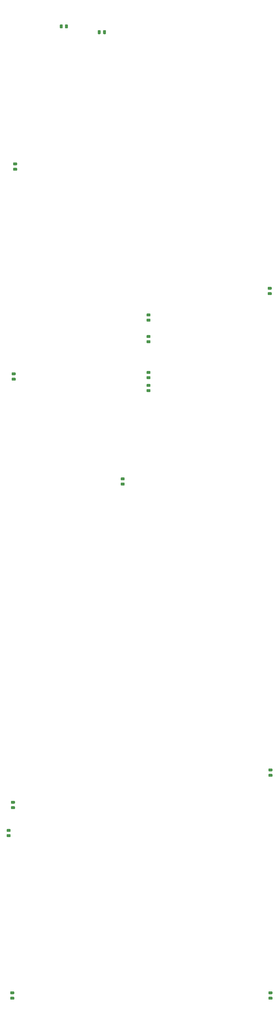
<source format=gbr>
%TF.GenerationSoftware,KiCad,Pcbnew,(5.1.10-1-10_14)*%
%TF.CreationDate,2021-07-31T10:33:50-04:00*%
%TF.ProjectId,bus,6275732e-6b69-4636-9164-5f7063625858,rev?*%
%TF.SameCoordinates,Original*%
%TF.FileFunction,Paste,Top*%
%TF.FilePolarity,Positive*%
%FSLAX46Y46*%
G04 Gerber Fmt 4.6, Leading zero omitted, Abs format (unit mm)*
G04 Created by KiCad (PCBNEW (5.1.10-1-10_14)) date 2021-07-31 10:33:50*
%MOMM*%
%LPD*%
G01*
G04 APERTURE LIST*
G04 APERTURE END LIST*
%TO.C,R6*%
G36*
G01*
X146246001Y-17126000D02*
X145345999Y-17126000D01*
G75*
G02*
X145096000Y-16876001I0J249999D01*
G01*
X145096000Y-16350999D01*
G75*
G02*
X145345999Y-16101000I249999J0D01*
G01*
X146246001Y-16101000D01*
G75*
G02*
X146496000Y-16350999I0J-249999D01*
G01*
X146496000Y-16876001D01*
G75*
G02*
X146246001Y-17126000I-249999J0D01*
G01*
G37*
G36*
G01*
X146246001Y-18951000D02*
X145345999Y-18951000D01*
G75*
G02*
X145096000Y-18701001I0J249999D01*
G01*
X145096000Y-18175999D01*
G75*
G02*
X145345999Y-17926000I249999J0D01*
G01*
X146246001Y-17926000D01*
G75*
G02*
X146496000Y-18175999I0J-249999D01*
G01*
X146496000Y-18701001D01*
G75*
G02*
X146246001Y-18951000I-249999J0D01*
G01*
G37*
%TD*%
%TO.C,R7*%
G36*
G01*
X146246001Y-9506000D02*
X145345999Y-9506000D01*
G75*
G02*
X145096000Y-9256001I0J249999D01*
G01*
X145096000Y-8730999D01*
G75*
G02*
X145345999Y-8481000I249999J0D01*
G01*
X146246001Y-8481000D01*
G75*
G02*
X146496000Y-8730999I0J-249999D01*
G01*
X146496000Y-9256001D01*
G75*
G02*
X146246001Y-9506000I-249999J0D01*
G01*
G37*
G36*
G01*
X146246001Y-11331000D02*
X145345999Y-11331000D01*
G75*
G02*
X145096000Y-11081001I0J249999D01*
G01*
X145096000Y-10555999D01*
G75*
G02*
X145345999Y-10306000I249999J0D01*
G01*
X146246001Y-10306000D01*
G75*
G02*
X146496000Y-10555999I0J-249999D01*
G01*
X146496000Y-11081001D01*
G75*
G02*
X146246001Y-11331000I-249999J0D01*
G01*
G37*
%TD*%
%TO.C,R5*%
G36*
G01*
X95815999Y-192424000D02*
X96716001Y-192424000D01*
G75*
G02*
X96966000Y-192673999I0J-249999D01*
G01*
X96966000Y-193199001D01*
G75*
G02*
X96716001Y-193449000I-249999J0D01*
G01*
X95815999Y-193449000D01*
G75*
G02*
X95566000Y-193199001I0J249999D01*
G01*
X95566000Y-192673999D01*
G75*
G02*
X95815999Y-192424000I249999J0D01*
G01*
G37*
G36*
G01*
X95815999Y-190599000D02*
X96716001Y-190599000D01*
G75*
G02*
X96966000Y-190848999I0J-249999D01*
G01*
X96966000Y-191374001D01*
G75*
G02*
X96716001Y-191624000I-249999J0D01*
G01*
X95815999Y-191624000D01*
G75*
G02*
X95566000Y-191374001I0J249999D01*
G01*
X95566000Y-190848999D01*
G75*
G02*
X95815999Y-190599000I249999J0D01*
G01*
G37*
%TD*%
%TO.C,R4*%
G36*
G01*
X146246001Y-29826000D02*
X145345999Y-29826000D01*
G75*
G02*
X145096000Y-29576001I0J249999D01*
G01*
X145096000Y-29050999D01*
G75*
G02*
X145345999Y-28801000I249999J0D01*
G01*
X146246001Y-28801000D01*
G75*
G02*
X146496000Y-29050999I0J-249999D01*
G01*
X146496000Y-29576001D01*
G75*
G02*
X146246001Y-29826000I-249999J0D01*
G01*
G37*
G36*
G01*
X146246001Y-31651000D02*
X145345999Y-31651000D01*
G75*
G02*
X145096000Y-31401001I0J249999D01*
G01*
X145096000Y-30875999D01*
G75*
G02*
X145345999Y-30626000I249999J0D01*
G01*
X146246001Y-30626000D01*
G75*
G02*
X146496000Y-30875999I0J-249999D01*
G01*
X146496000Y-31401001D01*
G75*
G02*
X146246001Y-31651000I-249999J0D01*
G01*
G37*
%TD*%
%TO.C,R3*%
G36*
G01*
X145345999Y-35198000D02*
X146246001Y-35198000D01*
G75*
G02*
X146496000Y-35447999I0J-249999D01*
G01*
X146496000Y-35973001D01*
G75*
G02*
X146246001Y-36223000I-249999J0D01*
G01*
X145345999Y-36223000D01*
G75*
G02*
X145096000Y-35973001I0J249999D01*
G01*
X145096000Y-35447999D01*
G75*
G02*
X145345999Y-35198000I249999J0D01*
G01*
G37*
G36*
G01*
X145345999Y-33373000D02*
X146246001Y-33373000D01*
G75*
G02*
X146496000Y-33622999I0J-249999D01*
G01*
X146496000Y-34148001D01*
G75*
G02*
X146246001Y-34398000I-249999J0D01*
G01*
X145345999Y-34398000D01*
G75*
G02*
X145096000Y-34148001I0J249999D01*
G01*
X145096000Y-33622999D01*
G75*
G02*
X145345999Y-33373000I249999J0D01*
G01*
G37*
%TD*%
%TO.C,R2*%
G36*
G01*
X137102001Y-67418000D02*
X136201999Y-67418000D01*
G75*
G02*
X135952000Y-67168001I0J249999D01*
G01*
X135952000Y-66642999D01*
G75*
G02*
X136201999Y-66393000I249999J0D01*
G01*
X137102001Y-66393000D01*
G75*
G02*
X137352000Y-66642999I0J-249999D01*
G01*
X137352000Y-67168001D01*
G75*
G02*
X137102001Y-67418000I-249999J0D01*
G01*
G37*
G36*
G01*
X137102001Y-69243000D02*
X136201999Y-69243000D01*
G75*
G02*
X135952000Y-68993001I0J249999D01*
G01*
X135952000Y-68467999D01*
G75*
G02*
X136201999Y-68218000I249999J0D01*
G01*
X137102001Y-68218000D01*
G75*
G02*
X137352000Y-68467999I0J-249999D01*
G01*
X137352000Y-68993001D01*
G75*
G02*
X137102001Y-69243000I-249999J0D01*
G01*
G37*
%TD*%
%TO.C,C9*%
G36*
G01*
X189451000Y-248978000D02*
X188501000Y-248978000D01*
G75*
G02*
X188251000Y-248728000I0J250000D01*
G01*
X188251000Y-248228000D01*
G75*
G02*
X188501000Y-247978000I250000J0D01*
G01*
X189451000Y-247978000D01*
G75*
G02*
X189701000Y-248228000I0J-250000D01*
G01*
X189701000Y-248728000D01*
G75*
G02*
X189451000Y-248978000I-250000J0D01*
G01*
G37*
G36*
G01*
X189451000Y-250878000D02*
X188501000Y-250878000D01*
G75*
G02*
X188251000Y-250628000I0J250000D01*
G01*
X188251000Y-250128000D01*
G75*
G02*
X188501000Y-249878000I250000J0D01*
G01*
X189451000Y-249878000D01*
G75*
G02*
X189701000Y-250128000I0J-250000D01*
G01*
X189701000Y-250628000D01*
G75*
G02*
X189451000Y-250878000I-250000J0D01*
G01*
G37*
%TD*%
%TO.C,C8*%
G36*
G01*
X189451000Y-170238000D02*
X188501000Y-170238000D01*
G75*
G02*
X188251000Y-169988000I0J250000D01*
G01*
X188251000Y-169488000D01*
G75*
G02*
X188501000Y-169238000I250000J0D01*
G01*
X189451000Y-169238000D01*
G75*
G02*
X189701000Y-169488000I0J-250000D01*
G01*
X189701000Y-169988000D01*
G75*
G02*
X189451000Y-170238000I-250000J0D01*
G01*
G37*
G36*
G01*
X189451000Y-172138000D02*
X188501000Y-172138000D01*
G75*
G02*
X188251000Y-171888000I0J250000D01*
G01*
X188251000Y-171388000D01*
G75*
G02*
X188501000Y-171138000I250000J0D01*
G01*
X189451000Y-171138000D01*
G75*
G02*
X189701000Y-171388000I0J-250000D01*
G01*
X189701000Y-171888000D01*
G75*
G02*
X189451000Y-172138000I-250000J0D01*
G01*
G37*
%TD*%
%TO.C,C6*%
G36*
G01*
X188247000Y-958000D02*
X189197000Y-958000D01*
G75*
G02*
X189447000Y-1208000I0J-250000D01*
G01*
X189447000Y-1708000D01*
G75*
G02*
X189197000Y-1958000I-250000J0D01*
G01*
X188247000Y-1958000D01*
G75*
G02*
X187997000Y-1708000I0J250000D01*
G01*
X187997000Y-1208000D01*
G75*
G02*
X188247000Y-958000I250000J0D01*
G01*
G37*
G36*
G01*
X188247000Y942000D02*
X189197000Y942000D01*
G75*
G02*
X189447000Y692000I0J-250000D01*
G01*
X189447000Y192000D01*
G75*
G02*
X189197000Y-58000I-250000J0D01*
G01*
X188247000Y-58000D01*
G75*
G02*
X187997000Y192000I0J250000D01*
G01*
X187997000Y692000D01*
G75*
G02*
X188247000Y942000I250000J0D01*
G01*
G37*
%TD*%
%TO.C,C4*%
G36*
G01*
X97315000Y-182568000D02*
X98265000Y-182568000D01*
G75*
G02*
X98515000Y-182818000I0J-250000D01*
G01*
X98515000Y-183318000D01*
G75*
G02*
X98265000Y-183568000I-250000J0D01*
G01*
X97315000Y-183568000D01*
G75*
G02*
X97065000Y-183318000I0J250000D01*
G01*
X97065000Y-182818000D01*
G75*
G02*
X97315000Y-182568000I250000J0D01*
G01*
G37*
G36*
G01*
X97315000Y-180668000D02*
X98265000Y-180668000D01*
G75*
G02*
X98515000Y-180918000I0J-250000D01*
G01*
X98515000Y-181418000D01*
G75*
G02*
X98265000Y-181668000I-250000J0D01*
G01*
X97315000Y-181668000D01*
G75*
G02*
X97065000Y-181418000I0J250000D01*
G01*
X97065000Y-180918000D01*
G75*
G02*
X97315000Y-180668000I250000J0D01*
G01*
G37*
%TD*%
%TO.C,C3*%
G36*
G01*
X98011000Y-248978000D02*
X97061000Y-248978000D01*
G75*
G02*
X96811000Y-248728000I0J250000D01*
G01*
X96811000Y-248228000D01*
G75*
G02*
X97061000Y-247978000I250000J0D01*
G01*
X98011000Y-247978000D01*
G75*
G02*
X98261000Y-248228000I0J-250000D01*
G01*
X98261000Y-248728000D01*
G75*
G02*
X98011000Y-248978000I-250000J0D01*
G01*
G37*
G36*
G01*
X98011000Y-250878000D02*
X97061000Y-250878000D01*
G75*
G02*
X96811000Y-250628000I0J250000D01*
G01*
X96811000Y-250128000D01*
G75*
G02*
X97061000Y-249878000I250000J0D01*
G01*
X98011000Y-249878000D01*
G75*
G02*
X98261000Y-250128000I0J-250000D01*
G01*
X98261000Y-250628000D01*
G75*
G02*
X98011000Y-250878000I-250000J0D01*
G01*
G37*
%TD*%
%TO.C,C2*%
G36*
G01*
X97569000Y-31184000D02*
X98519000Y-31184000D01*
G75*
G02*
X98769000Y-31434000I0J-250000D01*
G01*
X98769000Y-31934000D01*
G75*
G02*
X98519000Y-32184000I-250000J0D01*
G01*
X97569000Y-32184000D01*
G75*
G02*
X97319000Y-31934000I0J250000D01*
G01*
X97319000Y-31434000D01*
G75*
G02*
X97569000Y-31184000I250000J0D01*
G01*
G37*
G36*
G01*
X97569000Y-29284000D02*
X98519000Y-29284000D01*
G75*
G02*
X98769000Y-29534000I0J-250000D01*
G01*
X98769000Y-30034000D01*
G75*
G02*
X98519000Y-30284000I-250000J0D01*
G01*
X97569000Y-30284000D01*
G75*
G02*
X97319000Y-30034000I0J250000D01*
G01*
X97319000Y-29534000D01*
G75*
G02*
X97569000Y-29284000I250000J0D01*
G01*
G37*
%TD*%
%TO.C,C1*%
G36*
G01*
X98077000Y42984000D02*
X99027000Y42984000D01*
G75*
G02*
X99277000Y42734000I0J-250000D01*
G01*
X99277000Y42234000D01*
G75*
G02*
X99027000Y41984000I-250000J0D01*
G01*
X98077000Y41984000D01*
G75*
G02*
X97827000Y42234000I0J250000D01*
G01*
X97827000Y42734000D01*
G75*
G02*
X98077000Y42984000I250000J0D01*
G01*
G37*
G36*
G01*
X98077000Y44884000D02*
X99027000Y44884000D01*
G75*
G02*
X99277000Y44634000I0J-250000D01*
G01*
X99277000Y44134000D01*
G75*
G02*
X99027000Y43884000I-250000J0D01*
G01*
X98077000Y43884000D01*
G75*
G02*
X97827000Y44134000I0J250000D01*
G01*
X97827000Y44634000D01*
G75*
G02*
X98077000Y44884000I250000J0D01*
G01*
G37*
%TD*%
%TO.C,R1*%
G36*
G01*
X116224000Y92513999D02*
X116224000Y93414001D01*
G75*
G02*
X116473999Y93664000I249999J0D01*
G01*
X116999001Y93664000D01*
G75*
G02*
X117249000Y93414001I0J-249999D01*
G01*
X117249000Y92513999D01*
G75*
G02*
X116999001Y92264000I-249999J0D01*
G01*
X116473999Y92264000D01*
G75*
G02*
X116224000Y92513999I0J249999D01*
G01*
G37*
G36*
G01*
X114399000Y92513999D02*
X114399000Y93414001D01*
G75*
G02*
X114648999Y93664000I249999J0D01*
G01*
X115174001Y93664000D01*
G75*
G02*
X115424000Y93414001I0J-249999D01*
G01*
X115424000Y92513999D01*
G75*
G02*
X115174001Y92264000I-249999J0D01*
G01*
X114648999Y92264000D01*
G75*
G02*
X114399000Y92513999I0J249999D01*
G01*
G37*
%TD*%
%TO.C,C5*%
G36*
G01*
X128836000Y91407000D02*
X128836000Y90457000D01*
G75*
G02*
X128586000Y90207000I-250000J0D01*
G01*
X128086000Y90207000D01*
G75*
G02*
X127836000Y90457000I0J250000D01*
G01*
X127836000Y91407000D01*
G75*
G02*
X128086000Y91657000I250000J0D01*
G01*
X128586000Y91657000D01*
G75*
G02*
X128836000Y91407000I0J-250000D01*
G01*
G37*
G36*
G01*
X130736000Y91407000D02*
X130736000Y90457000D01*
G75*
G02*
X130486000Y90207000I-250000J0D01*
G01*
X129986000Y90207000D01*
G75*
G02*
X129736000Y90457000I0J250000D01*
G01*
X129736000Y91407000D01*
G75*
G02*
X129986000Y91657000I250000J0D01*
G01*
X130486000Y91657000D01*
G75*
G02*
X130736000Y91407000I0J-250000D01*
G01*
G37*
%TD*%
M02*

</source>
